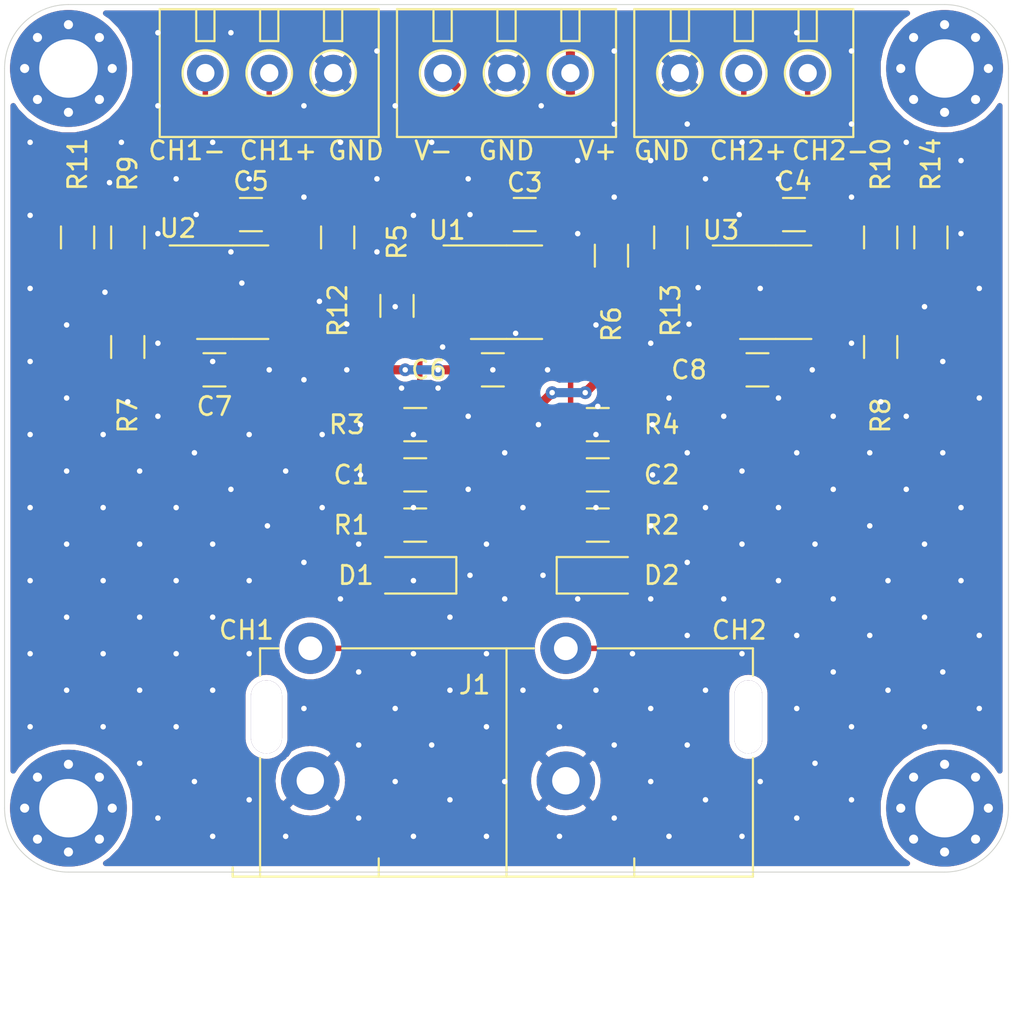
<source format=kicad_pcb>
(kicad_pcb (version 20171130) (host pcbnew "(5.1.6-0)")
  (layers (0 F.Cu signal) (31 B.Cu signal) (34 B.Paste user) (35 F.Paste user) (36 B.SilkS user) (37 F.SilkS user) (38 B.Mask user) (39 F.Mask user) (44 Edge.Cuts user))
  (net 0 "")
  (net 1 "Net-(C1-Pad2)")
  (net 2 GND)
  (net 3 "Net-(C2-Pad2)")
  (net 4 VCC)
  (net 5 VEE)
  (net 6 "Net-(R5-Pad2)")
  (net 7 "Net-(R5-Pad1)")
  (net 8 "Net-(R6-Pad2)")
  (net 9 "Net-(R10-Pad2)")
  (net 10 "Net-(R7-Pad2)")
  (net 11 "Net-(R8-Pad2)")
  (net 12 "Net-(R11-Pad2)")
  (net 13 "Net-(R10-Pad1)")
  (net 14 "Net-(R12-Pad2)")
  (net 15 "Net-(R13-Pad2)")
  (net 16 "Net-(D1-Pad2)")
  (net 17 "Net-(D2-Pad2)")
  (net 18 /CH1OUT-)
  (net 19 /CH1OUT+)
  (net 20 /CH2OUT+)
  (net 21 /CH2OUT-)
  (module MountingHole:MountingHole_3.2mm_M3_Pad_Via (layer F.Cu) (at 149 146.5)
    (fp_text reference H4)
    (fp_text value MountingHole)
    (pad 1 thru_hole circle (at 1.697056 -1.697056) (size 0.8 0.8) (drill 0.5) (layers *.Cu *.Mask))
    (pad 1 thru_hole circle (at 0 -2.4) (size 0.8 0.8) (drill 0.5) (layers *.Cu *.Mask))
    (pad 1 thru_hole circle (at -1.697056 -1.697056) (size 0.8 0.8) (drill 0.5) (layers *.Cu *.Mask))
    (pad 1 thru_hole circle (at -2.4 0) (size 0.8 0.8) (drill 0.5) (layers *.Cu *.Mask))
    (pad 1 thru_hole circle (at -1.697056 1.697056) (size 0.8 0.8) (drill 0.5) (layers *.Cu *.Mask))
    (pad 1 thru_hole circle (at 0 2.4) (size 0.8 0.8) (drill 0.5) (layers *.Cu *.Mask))
    (pad 1 thru_hole circle (at 1.697056 1.697056) (size 0.8 0.8) (drill 0.5) (layers *.Cu *.Mask))
    (pad 1 thru_hole circle (at 2.4 0) (size 0.8 0.8) (drill 0.5) (layers *.Cu *.Mask))
    (pad 1 thru_hole circle (at 0 0) (size 6.4 6.4) (drill 3.2) (layers *.Cu *.Mask))
  )
  (module MountingHole:MountingHole_3.2mm_M3_Pad_Via (layer F.Cu) (at 149 106)
    (fp_text reference H3)
    (fp_text value MountingHole)
    (pad 1 thru_hole circle (at 1.697056 -1.697056) (size 0.8 0.8) (drill 0.5) (layers *.Cu *.Mask))
    (pad 1 thru_hole circle (at 0 -2.4) (size 0.8 0.8) (drill 0.5) (layers *.Cu *.Mask))
    (pad 1 thru_hole circle (at -1.697056 -1.697056) (size 0.8 0.8) (drill 0.5) (layers *.Cu *.Mask))
    (pad 1 thru_hole circle (at -2.4 0) (size 0.8 0.8) (drill 0.5) (layers *.Cu *.Mask))
    (pad 1 thru_hole circle (at -1.697056 1.697056) (size 0.8 0.8) (drill 0.5) (layers *.Cu *.Mask))
    (pad 1 thru_hole circle (at 0 2.4) (size 0.8 0.8) (drill 0.5) (layers *.Cu *.Mask))
    (pad 1 thru_hole circle (at 1.697056 1.697056) (size 0.8 0.8) (drill 0.5) (layers *.Cu *.Mask))
    (pad 1 thru_hole circle (at 2.4 0) (size 0.8 0.8) (drill 0.5) (layers *.Cu *.Mask))
    (pad 1 thru_hole circle (at 0 0) (size 6.4 6.4) (drill 3.2) (layers *.Cu *.Mask))
  )
  (module MountingHole:MountingHole_3.2mm_M3_Pad_Via (layer F.Cu) (at 101 146.5)
    (fp_text reference H2)
    (fp_text value MountingHole)
    (pad 1 thru_hole circle (at 1.697056 -1.697056) (size 0.8 0.8) (drill 0.5) (layers *.Cu *.Mask))
    (pad 1 thru_hole circle (at 0 -2.4) (size 0.8 0.8) (drill 0.5) (layers *.Cu *.Mask))
    (pad 1 thru_hole circle (at -1.697056 -1.697056) (size 0.8 0.8) (drill 0.5) (layers *.Cu *.Mask))
    (pad 1 thru_hole circle (at -2.4 0) (size 0.8 0.8) (drill 0.5) (layers *.Cu *.Mask))
    (pad 1 thru_hole circle (at -1.697056 1.697056) (size 0.8 0.8) (drill 0.5) (layers *.Cu *.Mask))
    (pad 1 thru_hole circle (at 0 2.4) (size 0.8 0.8) (drill 0.5) (layers *.Cu *.Mask))
    (pad 1 thru_hole circle (at 1.697056 1.697056) (size 0.8 0.8) (drill 0.5) (layers *.Cu *.Mask))
    (pad 1 thru_hole circle (at 2.4 0) (size 0.8 0.8) (drill 0.5) (layers *.Cu *.Mask))
    (pad 1 thru_hole circle (at 0 0) (size 6.4 6.4) (drill 3.2) (layers *.Cu *.Mask))
  )
  (module MountingHole:MountingHole_3.2mm_M3_Pad_Via (layer F.Cu) (at 101 106)
    (fp_text reference H1)
    (fp_text value MountingHole)
    (pad 1 thru_hole circle (at 1.697056 -1.697056) (size 0.8 0.8) (drill 0.5) (layers *.Cu *.Mask))
    (pad 1 thru_hole circle (at 0 -2.4) (size 0.8 0.8) (drill 0.5) (layers *.Cu *.Mask))
    (pad 1 thru_hole circle (at -1.697056 -1.697056) (size 0.8 0.8) (drill 0.5) (layers *.Cu *.Mask))
    (pad 1 thru_hole circle (at -2.4 0) (size 0.8 0.8) (drill 0.5) (layers *.Cu *.Mask))
    (pad 1 thru_hole circle (at -1.697056 1.697056) (size 0.8 0.8) (drill 0.5) (layers *.Cu *.Mask))
    (pad 1 thru_hole circle (at 0 2.4) (size 0.8 0.8) (drill 0.5) (layers *.Cu *.Mask))
    (pad 1 thru_hole circle (at 1.697056 1.697056) (size 0.8 0.8) (drill 0.5) (layers *.Cu *.Mask))
    (pad 1 thru_hole circle (at 2.4 0) (size 0.8 0.8) (drill 0.5) (layers *.Cu *.Mask))
    (pad 1 thru_hole circle (at 0 0) (size 6.4 6.4) (drill 3.2) (layers *.Cu *.Mask))
  )
  (module Diode_SMD:D_SOD-123 (layer F.Cu) (at 130 133.75)
    (fp_text reference D2 (at 3.5 0) (layer F.SilkS))
    (fp_text value SMF6.0)
    (pad 2 smd rect (at 1.65 0) (size 0.9 1.2) (layers F.Cu F.Paste F.Mask) (net 17 "Net-(D2-Pad2)"))
    (pad 1 smd rect (at -1.65 0) (size 0.9 1.2) (layers F.Cu F.Paste F.Mask) (net 2 GND))
  )
  (module Diode_SMD:D_SOD-123 (layer F.Cu) (at 120 133.75 180)
    (fp_text reference D1 (at 3.25 0) (layer F.SilkS))
    (fp_text value SMF6.0)
    (pad 2 smd rect (at 1.65 0 180) (size 0.9 1.2) (layers F.Cu F.Paste F.Mask) (net 16 "Net-(D1-Pad2)"))
    (pad 1 smd rect (at -1.65 0 180) (size 0.9 1.2) (layers F.Cu F.Paste F.Mask) (net 2 GND))
  )
  (module Connector:RCA_Switchcraft_PJRAS2X1S01X (layer F.Cu) (at 111.5 150.25)
    (fp_text reference J1 (at 11.75 -10.5) (layer F.SilkS))
    (fp_text value INPUT)
    (pad "" thru_hole oval (at 26.75 -8.75 90) (size 4 1.5) (drill oval 4 1.5) (layers *.Cu *.Mask))
    (pad "" thru_hole oval (at 0.35 -8.75 90) (size 4 1.7) (drill oval 4 1.7) (layers *.Cu *.Mask))
    (pad 2 thru_hole circle (at 2.75 -5.25 90) (size 3.2 3.2) (drill 1.5) (layers *.Cu *.Mask) (net 2 GND))
    (pad 3 thru_hole circle (at 16.75 -12.5 90) (size 2.8 2.8) (drill 1.3) (layers *.Cu *.Mask) (net 17 "Net-(D2-Pad2)"))
    (pad 4 thru_hole circle (at 16.75 -5.25 90) (size 3.2 3.2) (drill 1.5) (layers *.Cu *.Mask) (net 2 GND))
    (pad 1 thru_hole circle (at 2.75 -12.5 90) (size 2.8 2.8) (drill 1.3) (layers *.Cu *.Mask) (net 16 "Net-(D1-Pad2)"))
  )
  (module Package_SO:SOIC-8_3.9x4.9mm_P1.27mm (layer F.Cu) (at 139.75 118.25)
    (fp_text reference U3 (at -3 -3.4) (layer F.SilkS))
    (fp_text value LM4562)
    (pad 8 smd roundrect (at 2.475 -1.905) (size 1.95 0.6) (layers F.Cu F.Paste F.Mask) (net 4 VCC))
    (pad 7 smd roundrect (at 2.475 -0.635) (size 1.95 0.6) (layers F.Cu F.Paste F.Mask) (net 13 "Net-(R10-Pad1)"))
    (pad 6 smd roundrect (at 2.475 0.635) (size 1.95 0.6) (layers F.Cu F.Paste F.Mask) (net 9 "Net-(R10-Pad2)"))
    (pad 5 smd roundrect (at 2.475 1.905) (size 1.95 0.6) (layers F.Cu F.Paste F.Mask) (net 11 "Net-(R8-Pad2)"))
    (pad 4 smd roundrect (at -2.475 1.905) (size 1.95 0.6) (layers F.Cu F.Paste F.Mask) (net 5 VEE))
    (pad 3 smd roundrect (at -2.475 0.635) (size 1.95 0.6) (layers F.Cu F.Paste F.Mask) (net 8 "Net-(R6-Pad2)"))
    (pad 2 smd roundrect (at -2.475 -0.635) (size 1.95 0.6) (layers F.Cu F.Paste F.Mask) (net 15 "Net-(R13-Pad2)"))
    (pad 1 smd roundrect (at -2.475 -1.905) (size 1.95 0.6) (layers F.Cu F.Paste F.Mask) (net 15 "Net-(R13-Pad2)"))
  )
  (module Package_SO:SOIC-8_3.9x4.9mm_P1.27mm (layer F.Cu) (at 110 118.25)
    (fp_text reference U2 (at -3 -3.5) (layer F.SilkS))
    (fp_text value LM4562)
    (pad 8 smd roundrect (at 2.475 -1.905) (size 1.95 0.6) (layers F.Cu F.Paste F.Mask) (net 4 VCC))
    (pad 7 smd roundrect (at 2.475 -0.635) (size 1.95 0.6) (layers F.Cu F.Paste F.Mask) (net 14 "Net-(R12-Pad2)"))
    (pad 6 smd roundrect (at 2.475 0.635) (size 1.95 0.6) (layers F.Cu F.Paste F.Mask) (net 14 "Net-(R12-Pad2)"))
    (pad 5 smd roundrect (at 2.475 1.905) (size 1.95 0.6) (layers F.Cu F.Paste F.Mask) (net 6 "Net-(R5-Pad2)"))
    (pad 4 smd roundrect (at -2.475 1.905) (size 1.95 0.6) (layers F.Cu F.Paste F.Mask) (net 5 VEE))
    (pad 3 smd roundrect (at -2.475 0.635) (size 1.95 0.6) (layers F.Cu F.Paste F.Mask) (net 10 "Net-(R7-Pad2)"))
    (pad 2 smd roundrect (at -2.475 -0.635) (size 1.95 0.6) (layers F.Cu F.Paste F.Mask) (net 7 "Net-(R5-Pad1)"))
    (pad 1 smd roundrect (at -2.475 -1.905) (size 1.95 0.6) (layers F.Cu F.Paste F.Mask) (net 12 "Net-(R11-Pad2)"))
  )
  (module Package_SO:SOIC-8_3.9x4.9mm_P1.27mm (layer F.Cu) (at 125 118.25)
    (fp_text reference U1 (at -3.25 -3.4) (layer F.SilkS))
    (fp_text value LM4562)
    (pad 8 smd roundrect (at 2.475 -1.905) (size 1.95 0.6) (layers F.Cu F.Paste F.Mask) (net 4 VCC))
    (pad 7 smd roundrect (at 2.475 -0.635) (size 1.95 0.6) (layers F.Cu F.Paste F.Mask) (net 8 "Net-(R6-Pad2)"))
    (pad 6 smd roundrect (at 2.475 0.635) (size 1.95 0.6) (layers F.Cu F.Paste F.Mask) (net 8 "Net-(R6-Pad2)"))
    (pad 5 smd roundrect (at 2.475 1.905) (size 1.95 0.6) (layers F.Cu F.Paste F.Mask) (net 3 "Net-(C2-Pad2)"))
    (pad 4 smd roundrect (at -2.475 1.905) (size 1.95 0.6) (layers F.Cu F.Paste F.Mask) (net 5 VEE))
    (pad 3 smd roundrect (at -2.475 0.635) (size 1.95 0.6) (layers F.Cu F.Paste F.Mask) (net 1 "Net-(C1-Pad2)"))
    (pad 2 smd roundrect (at -2.475 -0.635) (size 1.95 0.6) (layers F.Cu F.Paste F.Mask) (net 6 "Net-(R5-Pad2)"))
    (pad 1 smd roundrect (at -2.475 -1.905) (size 1.95 0.6) (layers F.Cu F.Paste F.Mask) (net 6 "Net-(R5-Pad2)"))
  )
  (module Resistor_SMD:R_1206_3216Metric_Pad1.42x1.75mm_HandSolder (layer F.Cu) (at 148.25 115.25 270)
    (fp_text reference R14 (at -4 0 90) (layer F.SilkS))
    (fp_text value 22R)
    (pad 2 smd roundrect (at 1.4875 0 270) (size 1.425 1.75) (layers F.Cu F.Paste F.Mask) (roundrect_rratio 0.175439) (net 13 "Net-(R10-Pad1)"))
    (pad 1 smd roundrect (at -1.4875 0 270) (size 1.425 1.75) (layers F.Cu F.Paste F.Mask) (roundrect_rratio 0.175439) (net 21 /CH2OUT-))
  )
  (module Resistor_SMD:R_1206_3216Metric_Pad1.42x1.75mm_HandSolder (layer F.Cu) (at 134 115.25 270)
    (fp_text reference R13 (at 4 0 90) (layer F.SilkS))
    (fp_text value 22R)
    (pad 2 smd roundrect (at 1.4875 0 270) (size 1.425 1.75) (layers F.Cu F.Paste F.Mask) (roundrect_rratio 0.175439) (net 15 "Net-(R13-Pad2)"))
    (pad 1 smd roundrect (at -1.4875 0 270) (size 1.425 1.75) (layers F.Cu F.Paste F.Mask) (roundrect_rratio 0.175439) (net 20 /CH2OUT+))
  )
  (module Resistor_SMD:R_1206_3216Metric_Pad1.42x1.75mm_HandSolder (layer F.Cu) (at 115.75 115.25 270)
    (fp_text reference R12 (at 4 0 90) (layer F.SilkS))
    (fp_text value 22R)
    (pad 2 smd roundrect (at 1.4875 0 270) (size 1.425 1.75) (layers F.Cu F.Paste F.Mask) (roundrect_rratio 0.175439) (net 14 "Net-(R12-Pad2)"))
    (pad 1 smd roundrect (at -1.4875 0 270) (size 1.425 1.75) (layers F.Cu F.Paste F.Mask) (roundrect_rratio 0.175439) (net 19 /CH1OUT+))
  )
  (module Resistor_SMD:R_1206_3216Metric_Pad1.42x1.75mm_HandSolder (layer F.Cu) (at 101.5 115.25 270)
    (fp_text reference R11 (at -4 0 90) (layer F.SilkS))
    (fp_text value 22R)
    (pad 2 smd roundrect (at 1.4875 0 270) (size 1.425 1.75) (layers F.Cu F.Paste F.Mask) (roundrect_rratio 0.175439) (net 12 "Net-(R11-Pad2)"))
    (pad 1 smd roundrect (at -1.4875 0 270) (size 1.425 1.75) (layers F.Cu F.Paste F.Mask) (roundrect_rratio 0.175439) (net 18 /CH1OUT-))
  )
  (module Resistor_SMD:R_1206_3216Metric_Pad1.42x1.75mm_HandSolder (layer F.Cu) (at 145.5 115.25 270)
    (fp_text reference R10 (at -4 0 90) (layer F.SilkS))
    (fp_text value 2K)
    (pad 2 smd roundrect (at 1.4875 0 270) (size 1.425 1.75) (layers F.Cu F.Paste F.Mask) (roundrect_rratio 0.175439) (net 9 "Net-(R10-Pad2)"))
    (pad 1 smd roundrect (at -1.4875 0 270) (size 1.425 1.75) (layers F.Cu F.Paste F.Mask) (roundrect_rratio 0.175439) (net 13 "Net-(R10-Pad1)"))
  )
  (module Resistor_SMD:R_1206_3216Metric_Pad1.42x1.75mm_HandSolder (layer F.Cu) (at 104.25 115.25 270)
    (fp_text reference R9 (at -3.5 0 90) (layer F.SilkS))
    (fp_text value 2K)
    (pad 2 smd roundrect (at 1.4875 0 270) (size 1.425 1.75) (layers F.Cu F.Paste F.Mask) (roundrect_rratio 0.175439) (net 7 "Net-(R5-Pad1)"))
    (pad 1 smd roundrect (at -1.4875 0 270) (size 1.425 1.75) (layers F.Cu F.Paste F.Mask) (roundrect_rratio 0.175439) (net 12 "Net-(R11-Pad2)"))
  )
  (module Resistor_SMD:R_1206_3216Metric_Pad1.42x1.75mm_HandSolder (layer F.Cu) (at 145.5 121.25 90)
    (fp_text reference R8 (at -3.75 0 90) (layer F.SilkS))
    (fp_text value 1K)
    (pad 2 smd roundrect (at 1.4875 0 90) (size 1.425 1.75) (layers F.Cu F.Paste F.Mask) (roundrect_rratio 0.175439) (net 11 "Net-(R8-Pad2)"))
    (pad 1 smd roundrect (at -1.4875 0 90) (size 1.425 1.75) (layers F.Cu F.Paste F.Mask) (roundrect_rratio 0.175439) (net 2 GND))
  )
  (module Resistor_SMD:R_1206_3216Metric_Pad1.42x1.75mm_HandSolder (layer F.Cu) (at 104.25 121.25 90)
    (fp_text reference R7 (at -3.75 0 90) (layer F.SilkS))
    (fp_text value 1K)
    (pad 2 smd roundrect (at 1.4875 0 90) (size 1.425 1.75) (layers F.Cu F.Paste F.Mask) (roundrect_rratio 0.175439) (net 10 "Net-(R7-Pad2)"))
    (pad 1 smd roundrect (at -1.4875 0 90) (size 1.425 1.75) (layers F.Cu F.Paste F.Mask) (roundrect_rratio 0.175439) (net 2 GND))
  )
  (module Resistor_SMD:R_1206_3216Metric_Pad1.42x1.75mm_HandSolder (layer F.Cu) (at 130.75 116.25 270)
    (fp_text reference R6 (at 3.75 0 90) (layer F.SilkS))
    (fp_text value 2K)
    (pad 2 smd roundrect (at 1.4875 0 270) (size 1.425 1.75) (layers F.Cu F.Paste F.Mask) (roundrect_rratio 0.175439) (net 8 "Net-(R6-Pad2)"))
    (pad 1 smd roundrect (at -1.4875 0 270) (size 1.425 1.75) (layers F.Cu F.Paste F.Mask) (roundrect_rratio 0.175439) (net 9 "Net-(R10-Pad2)"))
  )
  (module Resistor_SMD:R_1206_3216Metric_Pad1.42x1.75mm_HandSolder (layer F.Cu) (at 119 119 90)
    (fp_text reference R5 (at 3.5 0 90) (layer F.SilkS))
    (fp_text value 2K)
    (pad 2 smd roundrect (at 1.4875 0 90) (size 1.425 1.75) (layers F.Cu F.Paste F.Mask) (roundrect_rratio 0.175439) (net 6 "Net-(R5-Pad2)"))
    (pad 1 smd roundrect (at -1.4875 0 90) (size 1.425 1.75) (layers F.Cu F.Paste F.Mask) (roundrect_rratio 0.175439) (net 7 "Net-(R5-Pad1)"))
  )
  (module Resistor_SMD:R_1206_3216Metric_Pad1.42x1.75mm_HandSolder (layer F.Cu) (at 130 125.5 180)
    (fp_text reference R4 (at -3.5 0 180) (layer F.SilkS))
    (fp_text value 47K)
    (pad 2 smd roundrect (at 1.4875 0 180) (size 1.425 1.75) (layers F.Cu F.Paste F.Mask) (roundrect_rratio 0.175439) (net 3 "Net-(C2-Pad2)"))
    (pad 1 smd roundrect (at -1.4875 0 180) (size 1.425 1.75) (layers F.Cu F.Paste F.Mask) (roundrect_rratio 0.175439) (net 2 GND))
  )
  (module Resistor_SMD:R_1206_3216Metric_Pad1.42x1.75mm_HandSolder (layer F.Cu) (at 120 125.5)
    (fp_text reference R3 (at -3.75 0) (layer F.SilkS))
    (fp_text value 47K)
    (pad 2 smd roundrect (at 1.4875 0) (size 1.425 1.75) (layers F.Cu F.Paste F.Mask) (roundrect_rratio 0.175439) (net 1 "Net-(C1-Pad2)"))
    (pad 1 smd roundrect (at -1.4875 0) (size 1.425 1.75) (layers F.Cu F.Paste F.Mask) (roundrect_rratio 0.175439) (net 2 GND))
  )
  (module Resistor_SMD:R_1206_3216Metric_Pad1.42x1.75mm_HandSolder (layer F.Cu) (at 130 131)
    (fp_text reference R2 (at 3.5 0) (layer F.SilkS))
    (fp_text value 100R)
    (pad 2 smd roundrect (at 1.4875 0) (size 1.425 1.75) (layers F.Cu F.Paste F.Mask) (roundrect_rratio 0.175439) (net 17 "Net-(D2-Pad2)"))
    (pad 1 smd roundrect (at -1.4875 0) (size 1.425 1.75) (layers F.Cu F.Paste F.Mask) (roundrect_rratio 0.175439) (net 3 "Net-(C2-Pad2)"))
  )
  (module Resistor_SMD:R_1206_3216Metric_Pad1.42x1.75mm_HandSolder (layer F.Cu) (at 120 131 180)
    (fp_text reference R1 (at 3.5 0) (layer F.SilkS))
    (fp_text value 100R)
    (pad 2 smd roundrect (at 1.4875 0 180) (size 1.425 1.75) (layers F.Cu F.Paste F.Mask) (roundrect_rratio 0.175439) (net 16 "Net-(D1-Pad2)"))
    (pad 1 smd roundrect (at -1.4875 0 180) (size 1.425 1.75) (layers F.Cu F.Paste F.Mask) (roundrect_rratio 0.175439) (net 1 "Net-(C1-Pad2)"))
  )
  (module "local_footprint_lib:TerminalBlock_ Amphenol_01_03_P3.50mm" (layer F.Cu) (at 125 106.25 180)
    (fp_text reference J4)
    (fp_text value POWER)
    (pad 3 thru_hole circle (at 3.5 0 180) (size 2 2) (drill 1) (layers *.Cu *.Mask) (net 5 VEE))
    (pad 2 thru_hole circle (at 0 0 180) (size 2 2) (drill 1) (layers *.Cu *.Mask) (net 2 GND))
    (pad 1 thru_hole circle (at -3.5 0 180) (size 2 2) (drill 1) (layers *.Cu *.Mask) (net 4 VCC))
  )
  (module "local_footprint_lib:TerminalBlock_ Amphenol_01_03_P3.50mm" (layer F.Cu) (at 138 106.25 180)
    (fp_text reference J3)
    (fp_text value CH2OUT)
    (pad 3 thru_hole circle (at 3.5 0 180) (size 2 2) (drill 1) (layers *.Cu *.Mask) (net 2 GND))
    (pad 2 thru_hole circle (at 0 0 180) (size 2 2) (drill 1) (layers *.Cu *.Mask) (net 20 /CH2OUT+))
    (pad 1 thru_hole circle (at -3.5 0 180) (size 2 2) (drill 1) (layers *.Cu *.Mask) (net 21 /CH2OUT-))
  )
  (module "local_footprint_lib:TerminalBlock_ Amphenol_01_03_P3.50mm" (layer F.Cu) (at 112 106.25 180)
    (fp_text reference J2)
    (fp_text value CH1OUT)
    (pad 3 thru_hole circle (at 3.5 0 180) (size 2 2) (drill 1) (layers *.Cu *.Mask) (net 18 /CH1OUT-))
    (pad 2 thru_hole circle (at 0 0 180) (size 2 2) (drill 1) (layers *.Cu *.Mask) (net 19 /CH1OUT+))
    (pad 1 thru_hole circle (at -3.5 0 180) (size 2 2) (drill 1) (layers *.Cu *.Mask) (net 2 GND))
  )
  (module Capacitor_SMD:C_1206_3216Metric_Pad1.42x1.75mm_HandSolder (layer F.Cu) (at 138.75 122.5)
    (fp_text reference C8 (at -3.75 0) (layer F.SilkS))
    (fp_text value 100n)
    (pad 2 smd roundrect (at 1.4875 0) (size 1.425 1.75) (layers F.Cu F.Paste F.Mask) (roundrect_rratio 0.175439) (net 2 GND))
    (pad 1 smd roundrect (at -1.4875 0) (size 1.425 1.75) (layers F.Cu F.Paste F.Mask) (roundrect_rratio 0.175439) (net 5 VEE))
  )
  (module Capacitor_SMD:C_1206_3216Metric_Pad1.42x1.75mm_HandSolder (layer F.Cu) (at 109 122.5)
    (fp_text reference C7 (at 0 2) (layer F.SilkS))
    (fp_text value 100n)
    (pad 2 smd roundrect (at 1.4875 0) (size 1.425 1.75) (layers F.Cu F.Paste F.Mask) (roundrect_rratio 0.175439) (net 2 GND))
    (pad 1 smd roundrect (at -1.4875 0) (size 1.425 1.75) (layers F.Cu F.Paste F.Mask) (roundrect_rratio 0.175439) (net 5 VEE))
  )
  (module Capacitor_SMD:C_1206_3216Metric_Pad1.42x1.75mm_HandSolder (layer F.Cu) (at 124.25 122.5)
    (fp_text reference C6 (at -3.5 0) (layer F.SilkS))
    (fp_text value 100n)
    (pad 2 smd roundrect (at 1.4875 0) (size 1.425 1.75) (layers F.Cu F.Paste F.Mask) (roundrect_rratio 0.175439) (net 2 GND))
    (pad 1 smd roundrect (at -1.4875 0) (size 1.425 1.75) (layers F.Cu F.Paste F.Mask) (roundrect_rratio 0.175439) (net 5 VEE))
  )
  (module Capacitor_SMD:C_1206_3216Metric_Pad1.42x1.75mm_HandSolder (layer F.Cu) (at 111 114)
    (fp_text reference C5 (at 0 -1.82) (layer F.SilkS))
    (fp_text value 100n)
    (pad 2 smd roundrect (at 1.4875 0) (size 1.425 1.75) (layers F.Cu F.Paste F.Mask) (roundrect_rratio 0.175439) (net 4 VCC))
    (pad 1 smd roundrect (at -1.4875 0) (size 1.425 1.75) (layers F.Cu F.Paste F.Mask) (roundrect_rratio 0.175439) (net 2 GND))
  )
  (module Capacitor_SMD:C_1206_3216Metric_Pad1.42x1.75mm_HandSolder (layer F.Cu) (at 140.75 114)
    (fp_text reference C4 (at 0 -1.82) (layer F.SilkS))
    (fp_text value 100n)
    (pad 2 smd roundrect (at 1.4875 0) (size 1.425 1.75) (layers F.Cu F.Paste F.Mask) (roundrect_rratio 0.175439) (net 4 VCC))
    (pad 1 smd roundrect (at -1.4875 0) (size 1.425 1.75) (layers F.Cu F.Paste F.Mask) (roundrect_rratio 0.175439) (net 2 GND))
  )
  (module Capacitor_SMD:C_1206_3216Metric_Pad1.42x1.75mm_HandSolder (layer F.Cu) (at 126 114)
    (fp_text reference C3 (at 0 -1.75) (layer F.SilkS))
    (fp_text value 100n)
    (pad 2 smd roundrect (at 1.4875 0) (size 1.425 1.75) (layers F.Cu F.Paste F.Mask) (roundrect_rratio 0.175439) (net 4 VCC))
    (pad 1 smd roundrect (at -1.4875 0) (size 1.425 1.75) (layers F.Cu F.Paste F.Mask) (roundrect_rratio 0.175439) (net 2 GND))
  )
  (module Capacitor_SMD:C_1206_3216Metric_Pad1.42x1.75mm_HandSolder (layer F.Cu) (at 130 128.25 180)
    (fp_text reference C2 (at -3.5 0) (layer F.SilkS))
    (fp_text value 100p)
    (pad 2 smd roundrect (at 1.4875 0 180) (size 1.425 1.75) (layers F.Cu F.Paste F.Mask) (roundrect_rratio 0.175439) (net 3 "Net-(C2-Pad2)"))
    (pad 1 smd roundrect (at -1.4875 0 180) (size 1.425 1.75) (layers F.Cu F.Paste F.Mask) (roundrect_rratio 0.175439) (net 2 GND))
  )
  (module Capacitor_SMD:C_1206_3216Metric_Pad1.42x1.75mm_HandSolder (layer F.Cu) (at 120 128.25)
    (fp_text reference C1 (at -3.5 0) (layer F.SilkS))
    (fp_text value 100p)
    (pad 2 smd roundrect (at 1.4875 0) (size 1.425 1.75) (layers F.Cu F.Paste F.Mask) (roundrect_rratio 0.175439) (net 1 "Net-(C1-Pad2)"))
    (pad 1 smd roundrect (at -1.4875 0) (size 1.425 1.75) (layers F.Cu F.Paste F.Mask) (roundrect_rratio 0.175439) (net 2 GND))
  )
  (gr_text CH2 (at 137.75 136.75) (layer F.SilkS) (effects (font (size 1 1))))
  (gr_text CH1 (at 110.75 136.75) (layer F.SilkS) (effects (font (size 1 1))))
  (gr_text CH2- (at 142.75 110.5) (layer F.SilkS) (effects (font (size 1 1))))
  (gr_text CH2+ (at 138.25 110.5) (layer F.SilkS) (effects (font (size 1 1))))
  (gr_text CH1- (at 107.5 110.5) (layer F.SilkS) (effects (font (size 1 1))))
  (gr_text CH1+ (at 112.5 110.5) (layer F.SilkS) (effects (font (size 1 1))))
  (gr_text V+ (at 130 110.5) (layer F.SilkS) (effects (font (size 1 1))))
  (gr_text V- (at 121 110.5) (layer F.SilkS) (effects (font (size 1 1))))
  (gr_text GND (at 116.75 110.5) (layer F.SilkS) (effects (font (size 1 1))))
  (gr_text GND (at 133.5 110.5) (layer F.SilkS) (effects (font (size 1 1))))
  (gr_text GND (at 125 110.5) (layer F.SilkS) (effects (font (size 1 1))))
  (gr_arc (start 101 106) (end 101 102.5) (angle -90) (layer Edge.Cuts) (width 0.05))
  (gr_arc (start 101 146.5) (end 97.5 146.5) (angle -90) (layer Edge.Cuts) (width 0.05))
  (gr_arc (start 149 146.5) (end 149 150) (angle -90) (layer Edge.Cuts) (width 0.05))
  (gr_arc (start 149 106) (end 152.5 106) (angle -90.00001637) (layer Edge.Cuts) (width 0.05))
  (gr_line (start 97.5 146.5) (end 97.5 106) (layer Edge.Cuts) (width 0.05))
  (gr_line (start 149 150) (end 101 150) (layer Edge.Cuts) (width 0.05))
  (gr_line (start 152.5 106) (end 152.5 146.5) (layer Edge.Cuts) (width 0.05))
  (gr_line (start 101 102.5) (end 148.999999 102.5) (layer Edge.Cuts) (width 0.05))
  (segment (start 121.4875 131) (end 121.4875 128.25) (width 0.3) (layer F.Cu) (net 1))
  (segment (start 121.4875 128.25) (end 121.4875 125.5) (width 0.3) (layer F.Cu) (net 1))
  (segment (start 120.25 124.2625) (end 121.4875 125.5) (width 0.3) (layer F.Cu) (net 1))
  (segment (start 120.5 121.75) (end 120.25 122) (width 0.3) (layer F.Cu) (net 1))
  (segment (start 120.25 122) (end 120.25 124.2625) (width 0.3) (layer F.Cu) (net 1))
  (segment (start 120.5 119.5) (end 120.5 121.75) (width 0.3) (layer F.Cu) (net 1))
  (segment (start 121.115 118.885) (end 120.5 119.5) (width 0.3) (layer F.Cu) (net 1))
  (segment (start 122.525 118.885) (end 121.115 118.885) (width 0.3) (layer F.Cu) (net 1))
  (via (at 123 133.75) (size 0.7) (drill 0.3) (layers F.Cu B.Cu) (net 2))
  (segment (start 121.65 133.75) (end 123 133.75) (width 1) (layer F.Cu) (net 2))
  (via (at 127 133.75) (size 0.7) (drill 0.3) (layers F.Cu B.Cu) (net 2))
  (segment (start 128.35 133.75) (end 127 133.75) (width 1) (layer F.Cu) (net 2))
  (via (at 117 128.25) (size 0.7) (drill 0.3) (layers F.Cu B.Cu) (net 2))
  (segment (start 118.5125 128.25) (end 117 128.25) (width 1) (layer F.Cu) (net 2))
  (via (at 117 125.5) (size 0.7) (drill 0.3) (layers F.Cu B.Cu) (net 2))
  (segment (start 118.5125 125.5) (end 117 125.5) (width 1) (layer F.Cu) (net 2))
  (via (at 133 125.5) (size 0.7) (drill 0.3) (layers F.Cu B.Cu) (net 2))
  (segment (start 131.4875 125.5) (end 133 125.5) (width 1) (layer F.Cu) (net 2))
  (via (at 133 128.25) (size 0.7) (drill 0.3) (layers F.Cu B.Cu) (net 2))
  (segment (start 131.4875 128.25) (end 133 128.25) (width 1) (layer F.Cu) (net 2))
  (via (at 127.25 122.5) (size 0.7) (drill 0.3) (layers F.Cu B.Cu) (net 2))
  (segment (start 125.7375 122.5) (end 127.25 122.5) (width 1) (layer F.Cu) (net 2))
  (via (at 141.75 122.5) (size 0.7) (drill 0.3) (layers F.Cu B.Cu) (net 2))
  (segment (start 140.2375 122.5) (end 141.75 122.5) (width 1) (layer F.Cu) (net 2))
  (via (at 145.5 124.25) (size 0.7) (drill 0.3) (layers F.Cu B.Cu) (net 2))
  (segment (start 145.5 122.7375) (end 145.5 124.25) (width 1) (layer F.Cu) (net 2))
  (via (at 137.75 114) (size 0.7) (drill 0.3) (layers F.Cu B.Cu) (net 2))
  (segment (start 139.2625 114) (end 137.75 114) (width 1) (layer F.Cu) (net 2))
  (via (at 123 114) (size 0.7) (drill 0.3) (layers F.Cu B.Cu) (net 2))
  (segment (start 124.5125 114) (end 123 114) (width 1) (layer F.Cu) (net 2))
  (via (at 108 114) (size 0.7) (drill 0.3) (layers F.Cu B.Cu) (net 2))
  (segment (start 109.5125 114) (end 108 114) (width 1) (layer F.Cu) (net 2))
  (via (at 112 122.5) (size 0.7) (drill 0.3) (layers F.Cu B.Cu) (net 2))
  (segment (start 110.4875 122.5) (end 112 122.5) (width 1) (layer F.Cu) (net 2))
  (via (at 104.25 124.25) (size 0.7) (drill 0.3) (layers F.Cu B.Cu) (net 2))
  (segment (start 104.25 122.7375) (end 104.25 124.25) (width 1) (layer F.Cu) (net 2))
  (via (at 130 124.5) (size 0.7) (drill 0.3) (layers F.Cu B.Cu) (net 2))
  (via (at 126.75 125.5) (size 0.7) (drill 0.3) (layers F.Cu B.Cu) (net 2))
  (via (at 121.25 123.5) (size 0.7) (drill 0.3) (layers F.Cu B.Cu) (net 2))
  (via (at 119.25 123.5) (size 0.7) (drill 0.3) (layers F.Cu B.Cu) (net 2))
  (via (at 98.901191 110.0425) (size 0.7) (drill 0.3) (layers F.Cu B.Cu) (net 2))
  (via (at 98.901191 114.0425) (size 0.7) (drill 0.3) (layers F.Cu B.Cu) (net 2))
  (via (at 98.901191 118.0425) (size 0.7) (drill 0.3) (layers F.Cu B.Cu) (net 2))
  (via (at 98.901191 122.0425) (size 0.7) (drill 0.3) (layers F.Cu B.Cu) (net 2))
  (via (at 98.901191 126.0425) (size 0.7) (drill 0.3) (layers F.Cu B.Cu) (net 2))
  (via (at 98.901191 130.0425) (size 0.7) (drill 0.3) (layers F.Cu B.Cu) (net 2))
  (via (at 98.901191 134.0425) (size 0.7) (drill 0.3) (layers F.Cu B.Cu) (net 2))
  (via (at 98.901191 138.0425) (size 0.7) (drill 0.3) (layers F.Cu B.Cu) (net 2))
  (via (at 98.901191 142.0425) (size 0.7) (drill 0.3) (layers F.Cu B.Cu) (net 2))
  (via (at 100.901191 120.0425) (size 0.7) (drill 0.3) (layers F.Cu B.Cu) (net 2))
  (via (at 100.901191 124.0425) (size 0.7) (drill 0.3) (layers F.Cu B.Cu) (net 2))
  (via (at 100.901191 128.0425) (size 0.7) (drill 0.3) (layers F.Cu B.Cu) (net 2))
  (via (at 100.901191 132.0425) (size 0.7) (drill 0.3) (layers F.Cu B.Cu) (net 2))
  (via (at 100.901191 136.0425) (size 0.7) (drill 0.3) (layers F.Cu B.Cu) (net 2))
  (via (at 100.901191 140.0425) (size 0.7) (drill 0.3) (layers F.Cu B.Cu) (net 2))
  (via (at 102.901191 126.0425) (size 0.7) (drill 0.3) (layers F.Cu B.Cu) (net 2))
  (via (at 102.901191 130.0425) (size 0.7) (drill 0.3) (layers F.Cu B.Cu) (net 2))
  (via (at 102.901191 134.0425) (size 0.7) (drill 0.3) (layers F.Cu B.Cu) (net 2))
  (via (at 102.901191 138.0425) (size 0.7) (drill 0.3) (layers F.Cu B.Cu) (net 2))
  (via (at 102.901191 142.0425) (size 0.7) (drill 0.3) (layers F.Cu B.Cu) (net 2))
  (via (at 103.901191 110.0425) (size 0.7) (drill 0.3) (layers F.Cu B.Cu) (net 2))
  (via (at 104.901191 128.0425) (size 0.7) (drill 0.3) (layers F.Cu B.Cu) (net 2))
  (via (at 104.901191 132.0425) (size 0.7) (drill 0.3) (layers F.Cu B.Cu) (net 2))
  (via (at 104.901191 136.0425) (size 0.7) (drill 0.3) (layers F.Cu B.Cu) (net 2))
  (via (at 104.901191 140.0425) (size 0.7) (drill 0.3) (layers F.Cu B.Cu) (net 2))
  (via (at 104.901191 144.0425) (size 0.7) (drill 0.3) (layers F.Cu B.Cu) (net 2))
  (via (at 105.901191 104.0425) (size 0.7) (drill 0.3) (layers F.Cu B.Cu) (net 2))
  (via (at 105.901191 108.0425) (size 0.7) (drill 0.3) (layers F.Cu B.Cu) (net 2))
  (via (at 105.901191 115.0425) (size 0.7) (drill 0.3) (layers F.Cu B.Cu) (net 2))
  (via (at 105.901191 121.0425) (size 0.7) (drill 0.3) (layers F.Cu B.Cu) (net 2))
  (via (at 105.901191 125.0425) (size 0.7) (drill 0.3) (layers F.Cu B.Cu) (net 2))
  (via (at 105.901191 147.0425) (size 0.7) (drill 0.3) (layers F.Cu B.Cu) (net 2))
  (via (at 106.901191 112.0425) (size 0.7) (drill 0.3) (layers F.Cu B.Cu) (net 2))
  (via (at 106.901191 130.0425) (size 0.7) (drill 0.3) (layers F.Cu B.Cu) (net 2))
  (via (at 106.901191 134.0425) (size 0.7) (drill 0.3) (layers F.Cu B.Cu) (net 2))
  (via (at 106.901191 138.0425) (size 0.7) (drill 0.3) (layers F.Cu B.Cu) (net 2))
  (via (at 106.901191 142.0425) (size 0.7) (drill 0.3) (layers F.Cu B.Cu) (net 2))
  (via (at 107.901191 127.0425) (size 0.7) (drill 0.3) (layers F.Cu B.Cu) (net 2))
  (via (at 107.901191 145.0425) (size 0.7) (drill 0.3) (layers F.Cu B.Cu) (net 2))
  (via (at 108.901191 110.0425) (size 0.7) (drill 0.3) (layers F.Cu B.Cu) (net 2))
  (via (at 108.901191 122.0425) (size 0.7) (drill 0.3) (layers F.Cu B.Cu) (net 2))
  (via (at 108.901191 132.0425) (size 0.7) (drill 0.3) (layers F.Cu B.Cu) (net 2))
  (via (at 108.901191 136.0425) (size 0.7) (drill 0.3) (layers F.Cu B.Cu) (net 2))
  (via (at 108.901191 140.0425) (size 0.7) (drill 0.3) (layers F.Cu B.Cu) (net 2))
  (via (at 108.901191 148.0425) (size 0.7) (drill 0.3) (layers F.Cu B.Cu) (net 2))
  (via (at 109.901191 104.0425) (size 0.7) (drill 0.3) (layers F.Cu B.Cu) (net 2))
  (via (at 109.901191 116.0425) (size 0.7) (drill 0.3) (layers F.Cu B.Cu) (net 2))
  (via (at 109.901191 129.0425) (size 0.7) (drill 0.3) (layers F.Cu B.Cu) (net 2))
  (via (at 110.901191 112.0425) (size 0.7) (drill 0.3) (layers F.Cu B.Cu) (net 2))
  (via (at 110.901191 126.0425) (size 0.7) (drill 0.3) (layers F.Cu B.Cu) (net 2))
  (via (at 110.901191 134.0425) (size 0.7) (drill 0.3) (layers F.Cu B.Cu) (net 2))
  (via (at 110.901191 138.0425) (size 0.7) (drill 0.3) (layers F.Cu B.Cu) (net 2))
  (via (at 110.901191 146.0425) (size 0.7) (drill 0.3) (layers F.Cu B.Cu) (net 2))
  (via (at 111.901191 131.0425) (size 0.7) (drill 0.3) (layers F.Cu B.Cu) (net 2))
  (via (at 112.901191 128.0425) (size 0.7) (drill 0.3) (layers F.Cu B.Cu) (net 2))
  (via (at 112.901191 148.0425) (size 0.7) (drill 0.3) (layers F.Cu B.Cu) (net 2))
  (via (at 113.901191 108.0425) (size 0.7) (drill 0.3) (layers F.Cu B.Cu) (net 2))
  (via (at 113.901191 113.0425) (size 0.7) (drill 0.3) (layers F.Cu B.Cu) (net 2))
  (via (at 113.901191 123.0425) (size 0.7) (drill 0.3) (layers F.Cu B.Cu) (net 2))
  (via (at 113.901191 133.0425) (size 0.7) (drill 0.3) (layers F.Cu B.Cu) (net 2))
  (via (at 113.901191 141.0425) (size 0.7) (drill 0.3) (layers F.Cu B.Cu) (net 2))
  (via (at 114.901191 126.0425) (size 0.7) (drill 0.3) (layers F.Cu B.Cu) (net 2))
  (via (at 114.901191 130.0425) (size 0.7) (drill 0.3) (layers F.Cu B.Cu) (net 2))
  (via (at 115.901191 110.0425) (size 0.7) (drill 0.3) (layers F.Cu B.Cu) (net 2))
  (via (at 115.901191 135.0425) (size 0.7) (drill 0.3) (layers F.Cu B.Cu) (net 2))
  (via (at 116.901191 132.0425) (size 0.7) (drill 0.3) (layers F.Cu B.Cu) (net 2))
  (via (at 116.901191 139.0425) (size 0.7) (drill 0.3) (layers F.Cu B.Cu) (net 2))
  (via (at 116.901191 143.0425) (size 0.7) (drill 0.3) (layers F.Cu B.Cu) (net 2))
  (via (at 116.901191 147.0425) (size 0.7) (drill 0.3) (layers F.Cu B.Cu) (net 2))
  (via (at 117.901191 105.0425) (size 0.7) (drill 0.3) (layers F.Cu B.Cu) (net 2))
  (via (at 117.901191 112.0425) (size 0.7) (drill 0.3) (layers F.Cu B.Cu) (net 2))
  (via (at 117.901191 116.0425) (size 0.7) (drill 0.3) (layers F.Cu B.Cu) (net 2))
  (via (at 118.901191 108.0425) (size 0.7) (drill 0.3) (layers F.Cu B.Cu) (net 2))
  (via (at 118.901191 119.0425) (size 0.7) (drill 0.3) (layers F.Cu B.Cu) (net 2))
  (via (at 118.901191 141.0425) (size 0.7) (drill 0.3) (layers F.Cu B.Cu) (net 2))
  (via (at 118.901191 145.0425) (size 0.7) (drill 0.3) (layers F.Cu B.Cu) (net 2))
  (via (at 119.901191 114.0425) (size 0.7) (drill 0.3) (layers F.Cu B.Cu) (net 2))
  (via (at 119.901191 126.0425) (size 0.7) (drill 0.3) (layers F.Cu B.Cu) (net 2))
  (via (at 119.901191 130.0425) (size 0.7) (drill 0.3) (layers F.Cu B.Cu) (net 2))
  (via (at 119.901191 134.0425) (size 0.7) (drill 0.3) (layers F.Cu B.Cu) (net 2))
  (via (at 119.901191 138.0425) (size 0.7) (drill 0.3) (layers F.Cu B.Cu) (net 2))
  (via (at 119.901191 148.0425) (size 0.7) (drill 0.3) (layers F.Cu B.Cu) (net 2))
  (via (at 120.901191 110.0425) (size 0.7) (drill 0.3) (layers F.Cu B.Cu) (net 2))
  (via (at 120.901191 143.0425) (size 0.7) (drill 0.3) (layers F.Cu B.Cu) (net 2))
  (via (at 121.901191 136.0425) (size 0.7) (drill 0.3) (layers F.Cu B.Cu) (net 2))
  (via (at 121.901191 140.0425) (size 0.7) (drill 0.3) (layers F.Cu B.Cu) (net 2))
  (via (at 121.901191 146.0425) (size 0.7) (drill 0.3) (layers F.Cu B.Cu) (net 2))
  (via (at 122.901191 112.0425) (size 0.7) (drill 0.3) (layers F.Cu B.Cu) (net 2))
  (via (at 122.901191 125.0425) (size 0.7) (drill 0.3) (layers F.Cu B.Cu) (net 2))
  (via (at 122.901191 129.0425) (size 0.7) (drill 0.3) (layers F.Cu B.Cu) (net 2))
  (via (at 123.901191 132.0425) (size 0.7) (drill 0.3) (layers F.Cu B.Cu) (net 2))
  (via (at 123.901191 138.0425) (size 0.7) (drill 0.3) (layers F.Cu B.Cu) (net 2))
  (via (at 123.901191 142.0425) (size 0.7) (drill 0.3) (layers F.Cu B.Cu) (net 2))
  (via (at 123.901191 148.0425) (size 0.7) (drill 0.3) (layers F.Cu B.Cu) (net 2))
  (via (at 124.901191 127.0425) (size 0.7) (drill 0.3) (layers F.Cu B.Cu) (net 2))
  (via (at 124.901191 135.0425) (size 0.7) (drill 0.3) (layers F.Cu B.Cu) (net 2))
  (via (at 124.901191 145.0425) (size 0.7) (drill 0.3) (layers F.Cu B.Cu) (net 2))
  (via (at 125.901191 130.0425) (size 0.7) (drill 0.3) (layers F.Cu B.Cu) (net 2))
  (via (at 125.901191 140.0425) (size 0.7) (drill 0.3) (layers F.Cu B.Cu) (net 2))
  (via (at 126.901191 108.0425) (size 0.7) (drill 0.3) (layers F.Cu B.Cu) (net 2))
  (via (at 127.901191 142.0425) (size 0.7) (drill 0.3) (layers F.Cu B.Cu) (net 2))
  (via (at 127.901191 148.0425) (size 0.7) (drill 0.3) (layers F.Cu B.Cu) (net 2))
  (via (at 128.901191 111.0425) (size 0.7) (drill 0.3) (layers F.Cu B.Cu) (net 2))
  (via (at 128.901191 115.0425) (size 0.7) (drill 0.3) (layers F.Cu B.Cu) (net 2))
  (via (at 128.901191 135.0425) (size 0.7) (drill 0.3) (layers F.Cu B.Cu) (net 2))
  (via (at 129.901191 120.0425) (size 0.7) (drill 0.3) (layers F.Cu B.Cu) (net 2))
  (via (at 129.901191 126.0425) (size 0.7) (drill 0.3) (layers F.Cu B.Cu) (net 2))
  (via (at 129.901191 130.0425) (size 0.7) (drill 0.3) (layers F.Cu B.Cu) (net 2))
  (via (at 129.901191 140.0425) (size 0.7) (drill 0.3) (layers F.Cu B.Cu) (net 2))
  (via (at 130.901191 105.0425) (size 0.7) (drill 0.3) (layers F.Cu B.Cu) (net 2))
  (via (at 130.901191 109.0425) (size 0.7) (drill 0.3) (layers F.Cu B.Cu) (net 2))
  (via (at 130.901191 113.0425) (size 0.7) (drill 0.3) (layers F.Cu B.Cu) (net 2))
  (via (at 130.901191 143.0425) (size 0.7) (drill 0.3) (layers F.Cu B.Cu) (net 2))
  (via (at 130.901191 147.0425) (size 0.7) (drill 0.3) (layers F.Cu B.Cu) (net 2))
  (via (at 131.901191 138.0425) (size 0.7) (drill 0.3) (layers F.Cu B.Cu) (net 2))
  (via (at 132.901191 111.0425) (size 0.7) (drill 0.3) (layers F.Cu B.Cu) (net 2))
  (via (at 132.901191 121.0425) (size 0.7) (drill 0.3) (layers F.Cu B.Cu) (net 2))
  (via (at 132.901191 131.0425) (size 0.7) (drill 0.3) (layers F.Cu B.Cu) (net 2))
  (via (at 132.901191 135.0425) (size 0.7) (drill 0.3) (layers F.Cu B.Cu) (net 2))
  (via (at 132.901191 141.0425) (size 0.7) (drill 0.3) (layers F.Cu B.Cu) (net 2))
  (via (at 132.901191 145.0425) (size 0.7) (drill 0.3) (layers F.Cu B.Cu) (net 2))
  (via (at 133.901191 124.0425) (size 0.7) (drill 0.3) (layers F.Cu B.Cu) (net 2))
  (via (at 133.901191 148.0425) (size 0.7) (drill 0.3) (layers F.Cu B.Cu) (net 2))
  (via (at 134.901191 109.0425) (size 0.7) (drill 0.3) (layers F.Cu B.Cu) (net 2))
  (via (at 134.901191 127.0425) (size 0.7) (drill 0.3) (layers F.Cu B.Cu) (net 2))
  (via (at 134.901191 133.0425) (size 0.7) (drill 0.3) (layers F.Cu B.Cu) (net 2))
  (via (at 134.901191 137.0425) (size 0.7) (drill 0.3) (layers F.Cu B.Cu) (net 2))
  (via (at 134.901191 143.0425) (size 0.7) (drill 0.3) (layers F.Cu B.Cu) (net 2))
  (via (at 135.901191 112.0425) (size 0.7) (drill 0.3) (layers F.Cu B.Cu) (net 2))
  (via (at 135.901191 130.0425) (size 0.7) (drill 0.3) (layers F.Cu B.Cu) (net 2))
  (via (at 135.901191 140.0425) (size 0.7) (drill 0.3) (layers F.Cu B.Cu) (net 2))
  (via (at 135.901191 146.0425) (size 0.7) (drill 0.3) (layers F.Cu B.Cu) (net 2))
  (via (at 136.901191 125.0425) (size 0.7) (drill 0.3) (layers F.Cu B.Cu) (net 2))
  (via (at 136.901191 135.0425) (size 0.7) (drill 0.3) (layers F.Cu B.Cu) (net 2))
  (via (at 137.901191 110.0425) (size 0.7) (drill 0.3) (layers F.Cu B.Cu) (net 2))
  (via (at 137.901191 128.0425) (size 0.7) (drill 0.3) (layers F.Cu B.Cu) (net 2))
  (via (at 137.901191 132.0425) (size 0.7) (drill 0.3) (layers F.Cu B.Cu) (net 2))
  (via (at 137.901191 138.0425) (size 0.7) (drill 0.3) (layers F.Cu B.Cu) (net 2))
  (via (at 137.901191 148.0425) (size 0.7) (drill 0.3) (layers F.Cu B.Cu) (net 2))
  (via (at 138.901191 118.0425) (size 0.7) (drill 0.3) (layers F.Cu B.Cu) (net 2))
  (via (at 138.901191 145.0425) (size 0.7) (drill 0.3) (layers F.Cu B.Cu) (net 2))
  (via (at 139.901191 112.0425) (size 0.7) (drill 0.3) (layers F.Cu B.Cu) (net 2))
  (via (at 139.901191 124.0425) (size 0.7) (drill 0.3) (layers F.Cu B.Cu) (net 2))
  (via (at 139.901191 130.0425) (size 0.7) (drill 0.3) (layers F.Cu B.Cu) (net 2))
  (via (at 139.901191 134.0425) (size 0.7) (drill 0.3) (layers F.Cu B.Cu) (net 2))
  (via (at 140.901191 104.0425) (size 0.7) (drill 0.3) (layers F.Cu B.Cu) (net 2))
  (via (at 140.901191 127.0425) (size 0.7) (drill 0.3) (layers F.Cu B.Cu) (net 2))
  (via (at 140.901191 137.0425) (size 0.7) (drill 0.3) (layers F.Cu B.Cu) (net 2))
  (via (at 140.901191 141.0425) (size 0.7) (drill 0.3) (layers F.Cu B.Cu) (net 2))
  (via (at 140.901191 147.0425) (size 0.7) (drill 0.3) (layers F.Cu B.Cu) (net 2))
  (via (at 141.901191 132.0425) (size 0.7) (drill 0.3) (layers F.Cu B.Cu) (net 2))
  (via (at 141.901191 144.0425) (size 0.7) (drill 0.3) (layers F.Cu B.Cu) (net 2))
  (via (at 142.901191 125.0425) (size 0.7) (drill 0.3) (layers F.Cu B.Cu) (net 2))
  (via (at 142.901191 129.0425) (size 0.7) (drill 0.3) (layers F.Cu B.Cu) (net 2))
  (via (at 142.901191 135.0425) (size 0.7) (drill 0.3) (layers F.Cu B.Cu) (net 2))
  (via (at 142.901191 139.0425) (size 0.7) (drill 0.3) (layers F.Cu B.Cu) (net 2))
  (via (at 143.901191 105.0425) (size 0.7) (drill 0.3) (layers F.Cu B.Cu) (net 2))
  (via (at 143.901191 109.0425) (size 0.7) (drill 0.3) (layers F.Cu B.Cu) (net 2))
  (via (at 143.901191 113.0425) (size 0.7) (drill 0.3) (layers F.Cu B.Cu) (net 2))
  (via (at 143.901191 121.0425) (size 0.7) (drill 0.3) (layers F.Cu B.Cu) (net 2))
  (via (at 143.901191 142.0425) (size 0.7) (drill 0.3) (layers F.Cu B.Cu) (net 2))
  (via (at 143.901191 146.0425) (size 0.7) (drill 0.3) (layers F.Cu B.Cu) (net 2))
  (via (at 144.901191 127.0425) (size 0.7) (drill 0.3) (layers F.Cu B.Cu) (net 2))
  (via (at 144.901191 131.0425) (size 0.7) (drill 0.3) (layers F.Cu B.Cu) (net 2))
  (via (at 144.901191 137.0425) (size 0.7) (drill 0.3) (layers F.Cu B.Cu) (net 2))
  (via (at 145.901191 134.0425) (size 0.7) (drill 0.3) (layers F.Cu B.Cu) (net 2))
  (via (at 145.901191 140.0425) (size 0.7) (drill 0.3) (layers F.Cu B.Cu) (net 2))
  (via (at 146.901191 110.0425) (size 0.7) (drill 0.3) (layers F.Cu B.Cu) (net 2))
  (via (at 146.901191 125.0425) (size 0.7) (drill 0.3) (layers F.Cu B.Cu) (net 2))
  (via (at 146.901191 129.0425) (size 0.7) (drill 0.3) (layers F.Cu B.Cu) (net 2))
  (via (at 147.901191 119.0425) (size 0.7) (drill 0.3) (layers F.Cu B.Cu) (net 2))
  (via (at 147.901191 132.0425) (size 0.7) (drill 0.3) (layers F.Cu B.Cu) (net 2))
  (via (at 147.901191 136.0425) (size 0.7) (drill 0.3) (layers F.Cu B.Cu) (net 2))
  (via (at 147.901191 142.0425) (size 0.7) (drill 0.3) (layers F.Cu B.Cu) (net 2))
  (via (at 148.901191 122.0425) (size 0.7) (drill 0.3) (layers F.Cu B.Cu) (net 2))
  (via (at 148.901191 127.0425) (size 0.7) (drill 0.3) (layers F.Cu B.Cu) (net 2))
  (via (at 148.901191 139.0425) (size 0.7) (drill 0.3) (layers F.Cu B.Cu) (net 2))
  (via (at 149.901191 111.0425) (size 0.7) (drill 0.3) (layers F.Cu B.Cu) (net 2))
  (via (at 149.901191 115.0425) (size 0.7) (drill 0.3) (layers F.Cu B.Cu) (net 2))
  (via (at 149.901191 130.0425) (size 0.7) (drill 0.3) (layers F.Cu B.Cu) (net 2))
  (via (at 149.901191 134.0425) (size 0.7) (drill 0.3) (layers F.Cu B.Cu) (net 2))
  (via (at 150.901191 118.0425) (size 0.7) (drill 0.3) (layers F.Cu B.Cu) (net 2))
  (via (at 150.901191 124.0425) (size 0.7) (drill 0.3) (layers F.Cu B.Cu) (net 2))
  (via (at 150.901191 137.0425) (size 0.7) (drill 0.3) (layers F.Cu B.Cu) (net 2))
  (via (at 150.901191 141.0425) (size 0.7) (drill 0.3) (layers F.Cu B.Cu) (net 2))
  (via (at 124.25 122.5) (size 0.7) (drill 0.3) (layers F.Cu B.Cu) (net 2))
  (via (at 125.5 120.5) (size 0.7) (drill 0.3) (layers F.Cu B.Cu) (net 2))
  (via (at 135 120) (size 0.7) (drill 0.3) (layers F.Cu B.Cu) (net 2))
  (via (at 135.5 118) (size 0.7) (drill 0.3) (layers F.Cu B.Cu) (net 2))
  (via (at 116.25 122.5) (size 0.7) (drill 0.3) (layers F.Cu B.Cu) (net 2))
  (via (at 110.5 117.75) (size 0.7) (drill 0.3) (layers F.Cu B.Cu) (net 2))
  (via (at 103.25 112.25) (size 0.7) (drill 0.3) (layers F.Cu B.Cu) (net 2))
  (via (at 103 118.25) (size 0.7) (drill 0.3) (layers F.Cu B.Cu) (net 2))
  (via (at 114.75 118.75) (size 0.7) (drill 0.3) (layers F.Cu B.Cu) (net 2))
  (via (at 121.5 121.25) (size 0.7) (drill 0.3) (layers F.Cu B.Cu) (net 2))
  (via (at 116.25 120) (size 0.7) (drill 0.3) (layers F.Cu B.Cu) (net 2))
  (segment (start 128.5125 131) (end 128.5125 128.25) (width 0.3) (layer F.Cu) (net 3))
  (segment (start 128.5125 128.25) (end 128.5125 125.5) (width 0.3) (layer F.Cu) (net 3))
  (segment (start 128.5125 125.5) (end 128.5125 122.2625) (width 0.3) (layer F.Cu) (net 3))
  (segment (start 127.475 121.225) (end 127.475 120.155) (width 0.3) (layer F.Cu) (net 3))
  (segment (start 128.5125 122.2625) (end 127.475 121.225) (width 0.3) (layer F.Cu) (net 3))
  (segment (start 112.475 114.0125) (end 112.4875 114) (width 0.5) (layer F.Cu) (net 4))
  (segment (start 112.475 116.345) (end 112.475 114.0125) (width 0.5) (layer F.Cu) (net 4))
  (segment (start 112.4875 114) (end 112.4875 111.2375) (width 0.5) (layer F.Cu) (net 4))
  (segment (start 112.4875 111.2375) (end 110.25 109) (width 0.5) (layer F.Cu) (net 4))
  (segment (start 110.25 109) (end 110.25 105.5) (width 0.5) (layer F.Cu) (net 4))
  (segment (start 110.25 105.5) (end 111.75 104) (width 0.5) (layer F.Cu) (net 4))
  (segment (start 138.25 104) (end 139.75 105.5) (width 0.5) (layer F.Cu) (net 4))
  (segment (start 139.75 105.5) (end 139.75 109.5) (width 0.5) (layer F.Cu) (net 4))
  (segment (start 142.2375 111.9875) (end 142.2375 114) (width 0.5) (layer F.Cu) (net 4))
  (segment (start 139.75 109.5) (end 142.2375 111.9875) (width 0.5) (layer F.Cu) (net 4))
  (segment (start 128.5 106.25) (end 128.5 104) (width 0.5) (layer F.Cu) (net 4))
  (segment (start 128.5 104) (end 138.25 104) (width 0.5) (layer F.Cu) (net 4))
  (segment (start 111.75 104) (end 128.5 104) (width 0.5) (layer F.Cu) (net 4))
  (segment (start 142.225 114.0125) (end 142.2375 114) (width 0.5) (layer F.Cu) (net 4))
  (segment (start 142.225 116.345) (end 142.225 114.0125) (width 0.5) (layer F.Cu) (net 4))
  (segment (start 127.475 114.0125) (end 127.4875 114) (width 0.5) (layer F.Cu) (net 4))
  (segment (start 127.475 116.345) (end 127.475 114.0125) (width 0.5) (layer F.Cu) (net 4))
  (segment (start 128.5 106.25) (end 128.5 109.25) (width 0.5) (layer F.Cu) (net 4))
  (segment (start 127.4875 110.2625) (end 127.4875 114) (width 0.5) (layer F.Cu) (net 4))
  (segment (start 128.5 109.25) (end 127.4875 110.2625) (width 0.5) (layer F.Cu) (net 4))
  (segment (start 107.525 122.4875) (end 107.5125 122.5) (width 0.5) (layer F.Cu) (net 5))
  (segment (start 107.525 120.155) (end 107.525 122.4875) (width 0.5) (layer F.Cu) (net 5))
  (segment (start 122.525 122.2625) (end 122.7625 122.5) (width 0.5) (layer F.Cu) (net 5))
  (segment (start 122.525 120.155) (end 122.525 122.2625) (width 0.5) (layer F.Cu) (net 5))
  (segment (start 137.275 122.4875) (end 137.2625 122.5) (width 0.5) (layer F.Cu) (net 5))
  (segment (start 137.275 120.155) (end 137.275 122.4875) (width 0.5) (layer F.Cu) (net 5))
  (segment (start 107.5125 122.5) (end 107.5125 124.0125) (width 0.5) (layer F.Cu) (net 5))
  (segment (start 107.5125 124.0125) (end 108.25 124.75) (width 0.5) (layer F.Cu) (net 5))
  (segment (start 108.25 124.75) (end 115.75 124.75) (width 0.5) (layer F.Cu) (net 5))
  (via (at 121.25 122.5) (size 0.7) (drill 0.3) (layers F.Cu B.Cu) (net 5))
  (segment (start 122.7625 122.5) (end 121.25 122.5) (width 0.5) (layer F.Cu) (net 5))
  (segment (start 118 122.5) (end 115.75 124.75) (width 0.5) (layer F.Cu) (net 5))
  (segment (start 118.75 122.5) (end 118 122.5) (width 0.5) (layer F.Cu) (net 5))
  (via (at 119.45 122.5) (size 0.7) (drill 0.3) (layers F.Cu B.Cu) (net 5))
  (segment (start 118.75 122.5) (end 119.45 122.5) (width 0.5) (layer F.Cu) (net 5))
  (segment (start 119.45 122.5) (end 121.25 122.5) (width 0.5) (layer B.Cu) (net 5))
  (segment (start 125.77501 110.52501) (end 125.77501 115.22499) (width 0.5) (layer F.Cu) (net 5))
  (segment (start 121.5 106.25) (end 125.77501 110.52501) (width 0.5) (layer F.Cu) (net 5))
  (segment (start 125.77501 115.22499) (end 125 116) (width 0.5) (layer F.Cu) (net 5))
  (segment (start 125 116) (end 125 119.25) (width 0.5) (layer F.Cu) (net 5))
  (segment (start 124.095 120.155) (end 122.525 120.155) (width 0.5) (layer F.Cu) (net 5))
  (segment (start 125 119.25) (end 124.095 120.155) (width 0.5) (layer F.Cu) (net 5))
  (segment (start 137.2625 122.5) (end 131 122.5) (width 0.5) (layer F.Cu) (net 5))
  (via (at 129.3125 123.75) (size 0.7) (drill 0.3) (layers F.Cu B.Cu) (net 5))
  (segment (start 130.5625 122.5) (end 129.3125 123.75) (width 0.5) (layer F.Cu) (net 5))
  (segment (start 131 122.5) (end 130.5625 122.5) (width 0.5) (layer F.Cu) (net 5))
  (via (at 127.5 123.75) (size 0.7) (drill 0.3) (layers F.Cu B.Cu) (net 5))
  (segment (start 129.3125 123.75) (end 127.5 123.75) (width 0.5) (layer B.Cu) (net 5))
  (segment (start 124.75 124.5) (end 122.7625 122.5125) (width 0.5) (layer F.Cu) (net 5))
  (segment (start 122.7625 122.5125) (end 122.7625 122.5) (width 0.5) (layer F.Cu) (net 5))
  (segment (start 126.75 124.5) (end 124.75 124.5) (width 0.5) (layer F.Cu) (net 5))
  (segment (start 127.5 123.75) (end 126.75 124.5) (width 0.5) (layer F.Cu) (net 5))
  (segment (start 108.5 106.25) (end 108.5 108.25) (width 0.3) (layer F.Cu) (net 18))
  (segment (start 108.5 108.25) (end 105.5 111.25) (width 0.3) (layer F.Cu) (net 18))
  (segment (start 105.5 111.25) (end 102.25 111.25) (width 0.3) (layer F.Cu) (net 18))
  (segment (start 101.5 112) (end 101.5 113.7625) (width 0.3) (layer F.Cu) (net 18))
  (segment (start 102.25 111.25) (end 101.5 112) (width 0.3) (layer F.Cu) (net 18))
  (segment (start 115.75 113.7625) (end 115.75 112.5) (width 0.3) (layer F.Cu) (net 19))
  (segment (start 112 108.25) (end 115.75 112) (width 0.3) (layer F.Cu) (net 19))
  (segment (start 112 108.25) (end 112 106.25) (width 0.3) (layer F.Cu) (net 19))
  (segment (start 115.75 112) (end 115.75 112.5) (width 0.3) (layer F.Cu) (net 19))
  (segment (start 138 106.25) (end 138 108.25) (width 0.3) (layer F.Cu) (net 20))
  (segment (start 134 112.25) (end 134 113.7625) (width 0.3) (layer F.Cu) (net 20))
  (segment (start 138 108.25) (end 134 112.25) (width 0.3) (layer F.Cu) (net 20))
  (segment (start 119.1025 117.615) (end 119 117.5125) (width 0.3) (layer F.Cu) (net 6))
  (segment (start 122.525 117.615) (end 119.1025 117.615) (width 0.3) (layer F.Cu) (net 6))
  (segment (start 122.525 116.345) (end 122.525 117.615) (width 0.3) (layer F.Cu) (net 6))
  (segment (start 119 117.5125) (end 117.4875 117.5125) (width 0.3) (layer F.Cu) (net 6))
  (segment (start 114.845 120.155) (end 112.475 120.155) (width 0.3) (layer F.Cu) (net 6))
  (segment (start 117.4875 117.5125) (end 114.845 120.155) (width 0.3) (layer F.Cu) (net 6))
  (segment (start 105.1275 117.615) (end 104.25 116.7375) (width 0.3) (layer F.Cu) (net 7))
  (segment (start 107.525 117.615) (end 105.1275 117.615) (width 0.3) (layer F.Cu) (net 7))
  (segment (start 116 121.5) (end 117.0125 120.4875) (width 0.3) (layer F.Cu) (net 7))
  (segment (start 111.75 121.5) (end 116 121.5) (width 0.3) (layer F.Cu) (net 7))
  (segment (start 110 118.75) (end 110 119.75) (width 0.3) (layer F.Cu) (net 7))
  (segment (start 110 119.75) (end 111.75 121.5) (width 0.3) (layer F.Cu) (net 7))
  (segment (start 108.865 117.615) (end 110 118.75) (width 0.3) (layer F.Cu) (net 7))
  (segment (start 117.0125 120.4875) (end 119 120.4875) (width 0.3) (layer F.Cu) (net 7))
  (segment (start 107.525 117.615) (end 108.865 117.615) (width 0.3) (layer F.Cu) (net 7))
  (segment (start 127.475 117.615) (end 127.475 118.885) (width 0.3) (layer F.Cu) (net 8))
  (segment (start 130.6275 117.615) (end 130.75 117.7375) (width 0.3) (layer F.Cu) (net 8))
  (segment (start 127.475 117.615) (end 130.6275 117.615) (width 0.3) (layer F.Cu) (net 8))
  (segment (start 130.75 117.7375) (end 132.2375 117.7375) (width 0.3) (layer F.Cu) (net 8))
  (segment (start 133.385 118.885) (end 137.275 118.885) (width 0.3) (layer F.Cu) (net 8))
  (segment (start 132.2375 117.7375) (end 133.385 118.885) (width 0.3) (layer F.Cu) (net 8))
  (segment (start 143.3525 118.885) (end 145.5 116.7375) (width 0.3) (layer F.Cu) (net 9))
  (segment (start 142.225 118.885) (end 143.3525 118.885) (width 0.3) (layer F.Cu) (net 9))
  (segment (start 140.885 118.885) (end 142.225 118.885) (width 0.3) (layer F.Cu) (net 9))
  (segment (start 130.75 114.7625) (end 131.2375 115.25) (width 0.3) (layer F.Cu) (net 9))
  (segment (start 139.75 117.75) (end 140.885 118.885) (width 0.3) (layer F.Cu) (net 9))
  (segment (start 139.75 116.75) (end 139.75 117.75) (width 0.3) (layer F.Cu) (net 9))
  (segment (start 138.25 115.25) (end 139.75 116.75) (width 0.3) (layer F.Cu) (net 9))
  (segment (start 131.2375 115.25) (end 138.25 115.25) (width 0.3) (layer F.Cu) (net 9))
  (segment (start 105.1275 118.885) (end 104.25 119.7625) (width 0.3) (layer F.Cu) (net 10))
  (segment (start 107.525 118.885) (end 105.1275 118.885) (width 0.3) (layer F.Cu) (net 10))
  (segment (start 145.1075 120.155) (end 145.5 119.7625) (width 0.3) (layer F.Cu) (net 11))
  (segment (start 142.225 120.155) (end 145.1075 120.155) (width 0.3) (layer F.Cu) (net 11))
  (segment (start 107.525 116.345) (end 107.525 115.025) (width 0.3) (layer F.Cu) (net 12))
  (segment (start 106.2625 113.7625) (end 104.25 113.7625) (width 0.3) (layer F.Cu) (net 12))
  (segment (start 107.525 115.025) (end 106.2625 113.7625) (width 0.3) (layer F.Cu) (net 12))
  (segment (start 101.5 116.7375) (end 101.5125 116.7375) (width 0.3) (layer F.Cu) (net 12))
  (segment (start 101.5125 116.7375) (end 103 115.25) (width 0.3) (layer F.Cu) (net 12))
  (segment (start 103 115.0125) (end 104.25 113.7625) (width 0.3) (layer F.Cu) (net 12))
  (segment (start 103 115.25) (end 103 115.0125) (width 0.3) (layer F.Cu) (net 12))
  (segment (start 142.225 117.615) (end 143.135 117.615) (width 0.3) (layer F.Cu) (net 13))
  (segment (start 143.135 117.615) (end 144 116.75) (width 0.3) (layer F.Cu) (net 13))
  (segment (start 144 115.2625) (end 145.5 113.7625) (width 0.3) (layer F.Cu) (net 13))
  (segment (start 144 116.75) (end 144 115.2625) (width 0.3) (layer F.Cu) (net 13))
  (segment (start 148.25 116.7375) (end 148.2375 116.7375) (width 0.3) (layer F.Cu) (net 13))
  (segment (start 148.2375 116.7375) (end 147 115.5) (width 0.3) (layer F.Cu) (net 13))
  (segment (start 147 115.2625) (end 145.5 113.7625) (width 0.3) (layer F.Cu) (net 13))
  (segment (start 147 115.5) (end 147 115.2625) (width 0.3) (layer F.Cu) (net 13))
  (segment (start 112.475 118.885) (end 112.475 117.615) (width 0.3) (layer F.Cu) (net 14))
  (segment (start 115.75 116.7375) (end 114.5125 116.7375) (width 0.3) (layer F.Cu) (net 14))
  (segment (start 113.635 117.615) (end 112.475 117.615) (width 0.3) (layer F.Cu) (net 14))
  (segment (start 114.5125 116.7375) (end 113.635 117.615) (width 0.3) (layer F.Cu) (net 14))
  (segment (start 134.3925 116.345) (end 134 116.7375) (width 0.3) (layer F.Cu) (net 15))
  (segment (start 137.275 116.345) (end 134.3925 116.345) (width 0.3) (layer F.Cu) (net 15))
  (segment (start 137.275 116.345) (end 137.275 117.615) (width 0.3) (layer F.Cu) (net 15))
  (segment (start 114.25 137.75) (end 117 137.75) (width 0.3) (layer F.Cu) (net 16))
  (segment (start 118.35 136.4) (end 118.35 133.75) (width 0.3) (layer F.Cu) (net 16))
  (segment (start 117 137.75) (end 118.35 136.4) (width 0.3) (layer F.Cu) (net 16))
  (segment (start 118.35 131.1625) (end 118.5125 131) (width 0.3) (layer F.Cu) (net 16))
  (segment (start 118.35 133.75) (end 118.35 131.1625) (width 0.3) (layer F.Cu) (net 16))
  (segment (start 128.25 137.75) (end 130.5 137.75) (width 0.3) (layer F.Cu) (net 17))
  (segment (start 131.65 136.6) (end 131.65 133.75) (width 0.3) (layer F.Cu) (net 17))
  (segment (start 130.5 137.75) (end 131.65 136.6) (width 0.3) (layer F.Cu) (net 17))
  (segment (start 131.65 131.1625) (end 131.4875 131) (width 0.3) (layer F.Cu) (net 17))
  (segment (start 131.65 133.75) (end 131.65 131.1625) (width 0.3) (layer F.Cu) (net 17))
  (segment (start 148.25 113.7625) (end 148.25 112.25) (width 0.3) (layer F.Cu) (net 21))
  (segment (start 148.25 112.25) (end 147.25 111.25) (width 0.3) (layer F.Cu) (net 21))
  (segment (start 147.25 111.25) (end 144.25 111.25) (width 0.3) (layer F.Cu) (net 21))
  (segment (start 141.5 108.5) (end 141.5 106.25) (width 0.3) (layer F.Cu) (net 21))
  (segment (start 144.25 111.25) (end 141.5 108.5) (width 0.3) (layer F.Cu) (net 21))
  (zone (net 2) (net_name GND) (layer B.Cu) (connect_pads (clearance 0.3)) (min_thickness 0.3) (fill yes (arc_segments 32) (thermal_gap 0.3) (thermal_bridge_width 0.5))
    (polygon (pts (xy 152.5 150) (xy 97.5 150) (xy 97.5 102.5) (xy 152.5 102.5)))
  )
  (zone (net 2) (net_name GND) (layer F.Cu) (connect_pads (clearance 0.3)) (min_thickness 0.3) (fill yes (arc_segments 32) (thermal_gap 0.3) (thermal_bridge_width 0.5))
    (polygon (pts (xy 152.75 150.25) (xy 97.25 150.25) (xy 97.25 102.25) (xy 152.75 102.25)))
  )
)
</source>
